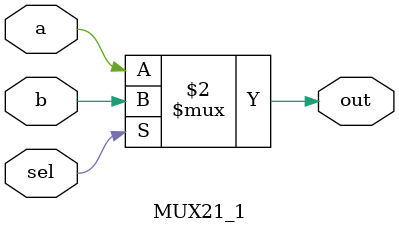
<source format=v>
module MUX21_1(out,a,b,sel);
input a,b,sel;
output out;
assign out=(sel==0)?a:b; 
endmodule

</source>
